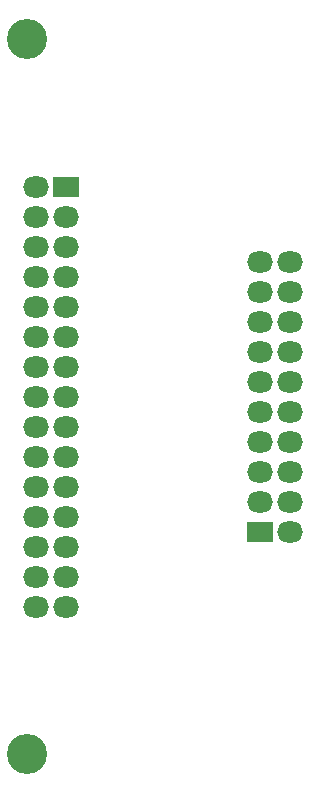
<source format=gbs>
G04*
G04 #@! TF.GenerationSoftware,Altium Limited,Altium Designer,18.1.7 (191)*
G04*
G04 Layer_Color=16711935*
%FSLAX44Y44*%
%MOMM*%
G71*
G01*
G75*
%ADD29R,2.2000X1.8000*%
%ADD30O,2.2000X1.8000*%
%ADD31O,2.2032X1.8032*%
%ADD32O,2.2040X1.8040*%
%ADD33C,3.4000*%
D29*
X1284600Y1845700D02*
D03*
X1120000Y2137800D02*
D03*
D30*
X1284600Y1871100D02*
D03*
Y1921900D02*
D03*
Y1947300D02*
D03*
Y1972700D02*
D03*
Y1998100D02*
D03*
Y2023500D02*
D03*
Y2048900D02*
D03*
Y2074300D02*
D03*
X1310000Y1845700D02*
D03*
Y1871100D02*
D03*
Y1921900D02*
D03*
Y1947300D02*
D03*
Y1972700D02*
D03*
Y1998100D02*
D03*
Y2023500D02*
D03*
Y2048900D02*
D03*
Y2074300D02*
D03*
X1094600Y2137800D02*
D03*
Y2112400D02*
D03*
Y2087000D02*
D03*
Y2061600D02*
D03*
Y2036200D02*
D03*
Y2010800D02*
D03*
Y1985400D02*
D03*
Y1960000D02*
D03*
Y1934600D02*
D03*
Y1909200D02*
D03*
Y1883800D02*
D03*
Y1858400D02*
D03*
Y1833000D02*
D03*
Y1807600D02*
D03*
Y1782200D02*
D03*
X1120000Y2112400D02*
D03*
Y2087000D02*
D03*
Y2061600D02*
D03*
Y2036200D02*
D03*
Y2010800D02*
D03*
Y1985400D02*
D03*
Y1960000D02*
D03*
Y1934600D02*
D03*
Y1909200D02*
D03*
Y1883800D02*
D03*
Y1858400D02*
D03*
Y1833000D02*
D03*
Y1807600D02*
D03*
Y1782200D02*
D03*
D31*
X1284600Y1896500D02*
D03*
D32*
X1310000D02*
D03*
D33*
X1087500Y1657500D02*
D03*
Y2262886D02*
D03*
M02*

</source>
